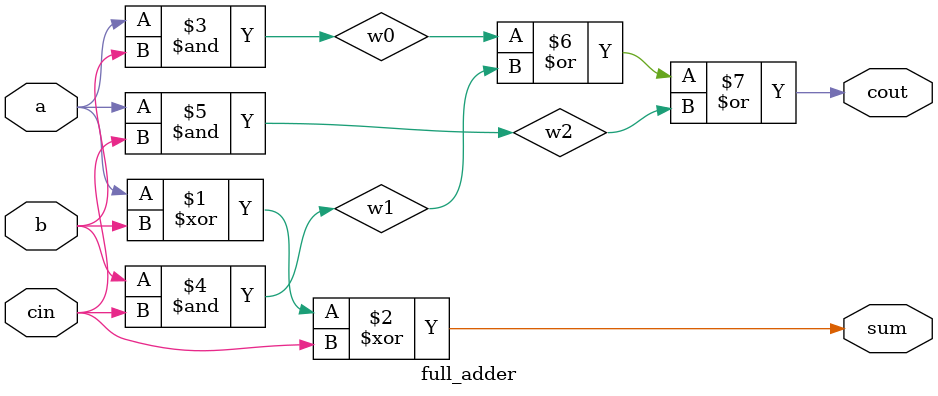
<source format=v>
module full_adder(a,
                  b,
                  cin,
                  sum,
                  cout);

    //port direction

    input a,b,cin;
    output sum,cout;

    wire w0,w1,w2;

    xor s1(sum,a,b,cin);

    and a1(w0,a,b);
    and a2(w1,b,cin);
    and a3(w2,a,cin);

    or f(cout,w0,w1,w2);

endmodule

</source>
